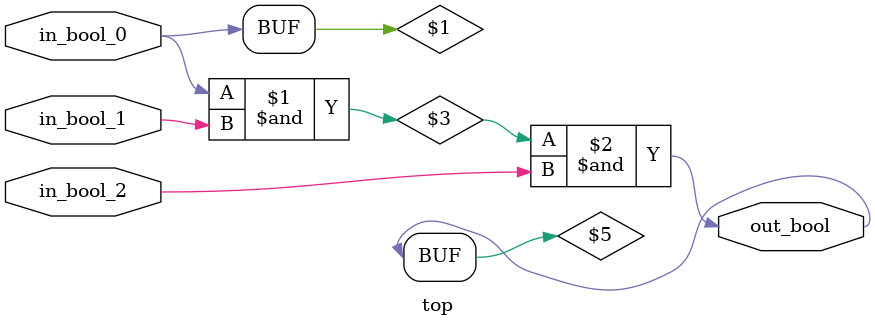
<source format=v>
/* Generated by Amaranth Yosys 0.25 (PyPI ver 0.25.0.0.post70, git sha1 e02b7f64b) */

(* \amaranth.hierarchy  = "top" *)
(* top =  1  *)
(* generator = "Amaranth" *)
module top(in_bool_1, in_bool_2, out_bool, in_bool_0);
  (* src = "/data/Github/HardwareSystemDesign/Lab3/Example/test_array.py:18" *)
  wire \$1 ;
  (* src = "/data/Github/HardwareSystemDesign/Lab3/Example/test_array.py:18" *)
  wire \$3 ;
  (* src = "/data/Github/HardwareSystemDesign/Lab3/Example/test_array.py:18" *)
  wire \$5 ;
  (* src = "/data/Github/HardwareSystemDesign/Lab3/Example/test_array.py:9" *)
  input in_bool_0;
  wire in_bool_0;
  (* src = "/data/Github/HardwareSystemDesign/Lab3/Example/test_array.py:9" *)
  input in_bool_1;
  wire in_bool_1;
  (* src = "/data/Github/HardwareSystemDesign/Lab3/Example/test_array.py:9" *)
  input in_bool_2;
  wire in_bool_2;
  (* src = "/data/Github/HardwareSystemDesign/Lab3/Example/test_array.py:11" *)
  output out_bool;
  wire out_bool;
  assign \$3  = \$1  & (* src = "/data/Github/HardwareSystemDesign/Lab3/Example/test_array.py:18" *) in_bool_1;
  assign \$5  = \$3  & (* src = "/data/Github/HardwareSystemDesign/Lab3/Example/test_array.py:18" *) in_bool_2;
  assign out_bool = \$5 ;
  assign \$1  = in_bool_0;
endmodule

</source>
